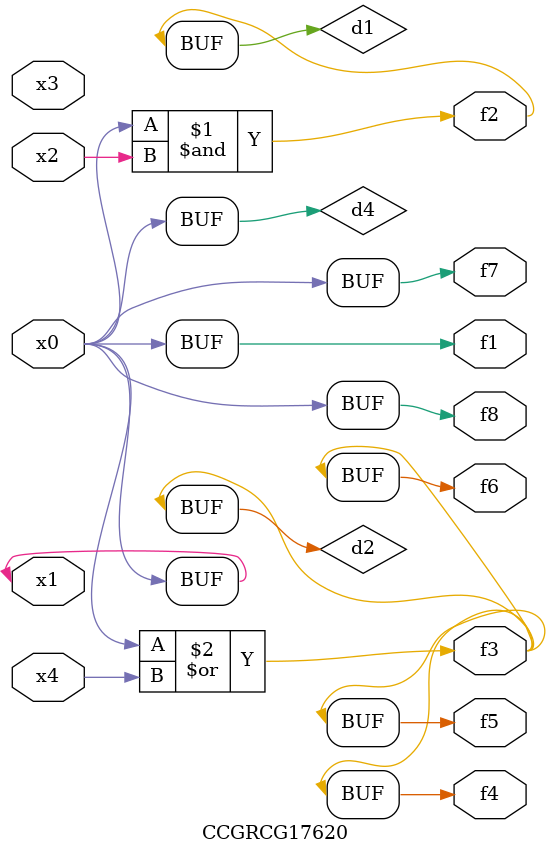
<source format=v>
module CCGRCG17620(
	input x0, x1, x2, x3, x4,
	output f1, f2, f3, f4, f5, f6, f7, f8
);

	wire d1, d2, d3, d4;

	and (d1, x0, x2);
	or (d2, x0, x4);
	nand (d3, x0, x2);
	buf (d4, x0, x1);
	assign f1 = d4;
	assign f2 = d1;
	assign f3 = d2;
	assign f4 = d2;
	assign f5 = d2;
	assign f6 = d2;
	assign f7 = d4;
	assign f8 = d4;
endmodule

</source>
